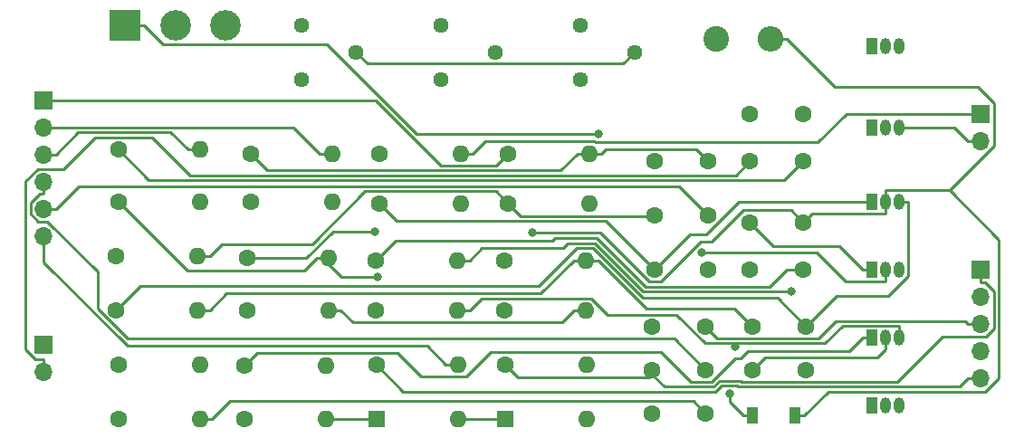
<source format=gbr>
G04 #@! TF.GenerationSoftware,KiCad,Pcbnew,(5.1.5)-3*
G04 #@! TF.CreationDate,2020-01-24T15:28:57-05:00*
G04 #@! TF.ProjectId,chroma,6368726f-6d61-42e6-9b69-6361645f7063,v01*
G04 #@! TF.SameCoordinates,Original*
G04 #@! TF.FileFunction,Copper,L1,Top*
G04 #@! TF.FilePolarity,Positive*
%FSLAX46Y46*%
G04 Gerber Fmt 4.6, Leading zero omitted, Abs format (unit mm)*
G04 Created by KiCad (PCBNEW (5.1.5)-3) date 2020-01-24 15:28:57*
%MOMM*%
%LPD*%
G04 APERTURE LIST*
%ADD10R,1.000000X1.500000*%
%ADD11C,1.600000*%
%ADD12O,1.600000X1.600000*%
%ADD13R,1.600000X1.600000*%
%ADD14R,1.700000X1.700000*%
%ADD15O,1.700000X1.700000*%
%ADD16O,1.000000X1.500000*%
%ADD17C,1.440000*%
%ADD18R,2.850000X2.850000*%
%ADD19C,2.850000*%
%ADD20C,2.400000*%
%ADD21O,2.400000X2.400000*%
%ADD22C,0.800000*%
%ADD23C,0.250000*%
G04 APERTURE END LIST*
D10*
X-14995000Y-159070000D03*
X-10995000Y-159070000D03*
D11*
X-10240000Y-140970000D03*
X-15240000Y-140970000D03*
X-19130000Y-145415000D03*
X-24130000Y-145415000D03*
X-15240000Y-145415000D03*
X-10240000Y-145415000D03*
X-19400000Y-158835000D03*
X-24400000Y-158835000D03*
X-9980000Y-150735000D03*
X-14980000Y-150735000D03*
X-14980000Y-154785000D03*
X-9980000Y-154785000D03*
X-24130000Y-140335000D03*
X-19130000Y-140335000D03*
X-10240000Y-130810000D03*
X-15240000Y-130810000D03*
X-19130000Y-135255000D03*
X-24130000Y-135255000D03*
X-24400000Y-154785000D03*
X-19400000Y-154785000D03*
X-15240000Y-135255000D03*
X-10240000Y-135255000D03*
X-24400000Y-150735000D03*
X-19400000Y-150735000D03*
D12*
X-42545000Y-159385000D03*
D13*
X-50165000Y-159385000D03*
X-38100000Y-159385000D03*
D12*
X-30480000Y-159385000D03*
D14*
X-81280000Y-129540000D03*
D15*
X-81280000Y-132080000D03*
X-81280000Y-134620000D03*
X-81280000Y-137160000D03*
X-81280000Y-139700000D03*
X-81280000Y-142240000D03*
D14*
X-81280000Y-152400000D03*
D15*
X-81280000Y-154940000D03*
D14*
X6350000Y-145415000D03*
D15*
X6350000Y-147955000D03*
X6350000Y-150495000D03*
X6350000Y-153035000D03*
X6350000Y-155575000D03*
X6350000Y-133350000D03*
D14*
X6350000Y-130810000D03*
D12*
X-42275000Y-139220000D03*
D11*
X-49895000Y-139220000D03*
D10*
X-3810000Y-139065000D03*
D16*
X-1270000Y-139065000D03*
X-2540000Y-139065000D03*
D10*
X-3810000Y-124460000D03*
D16*
X-1270000Y-124460000D03*
X-2540000Y-124460000D03*
X-2540000Y-151765000D03*
X-1270000Y-151765000D03*
D10*
X-3810000Y-151765000D03*
D16*
X-2540000Y-145415000D03*
X-1270000Y-145415000D03*
D10*
X-3810000Y-145415000D03*
X-3810000Y-132080000D03*
D16*
X-1270000Y-132080000D03*
X-2540000Y-132080000D03*
X-2540000Y-158115000D03*
X-1270000Y-158115000D03*
D10*
X-3810000Y-158115000D03*
D11*
X-38165000Y-144540000D03*
D12*
X-30545000Y-144540000D03*
X-66870000Y-149225000D03*
D11*
X-74490000Y-149225000D03*
X-74295000Y-159385000D03*
D12*
X-66675000Y-159385000D03*
X-66675000Y-154305000D03*
D11*
X-74295000Y-154305000D03*
D12*
X-42585000Y-144540000D03*
D11*
X-50205000Y-144540000D03*
X-62245000Y-149225000D03*
D12*
X-54625000Y-149225000D03*
D17*
X-44120000Y-127600000D03*
X-39040000Y-125060000D03*
X-44120000Y-122520000D03*
D11*
X-50205000Y-149225000D03*
D12*
X-42585000Y-149225000D03*
X-54855000Y-154360000D03*
D11*
X-62475000Y-154360000D03*
X-37855000Y-139220000D03*
D12*
X-30235000Y-139220000D03*
D17*
X-57150000Y-122555000D03*
X-52070000Y-125095000D03*
X-57150000Y-127635000D03*
D12*
X-30480000Y-154305000D03*
D11*
X-38100000Y-154305000D03*
D17*
X-31115000Y-122520000D03*
X-26035000Y-125060000D03*
X-31115000Y-127600000D03*
D12*
X-42545000Y-154305000D03*
D11*
X-50165000Y-154305000D03*
X-62475000Y-159385000D03*
D12*
X-54855000Y-159385000D03*
X-30545000Y-149225000D03*
D11*
X-38165000Y-149225000D03*
X-37855000Y-134535000D03*
D12*
X-30235000Y-134535000D03*
D11*
X-61935000Y-134535000D03*
D12*
X-54315000Y-134535000D03*
X-66665000Y-134195000D03*
D11*
X-74285000Y-134195000D03*
D12*
X-42275000Y-134535000D03*
D11*
X-49895000Y-134535000D03*
D12*
X-54625000Y-144355000D03*
D11*
X-62245000Y-144355000D03*
X-74285000Y-139065000D03*
D12*
X-66665000Y-139065000D03*
D11*
X-61935000Y-139065000D03*
D12*
X-54315000Y-139065000D03*
D11*
X-74490000Y-144165000D03*
D12*
X-66870000Y-144165000D03*
D18*
X-73660000Y-122555000D03*
D19*
X-68960000Y-122555000D03*
X-64260000Y-122555000D03*
D20*
X-18415000Y-123825000D03*
D21*
X-13335000Y-123825000D03*
D22*
X-17131600Y-157015700D03*
X-35604200Y-141979200D03*
X-11405500Y-147454800D03*
X-19742900Y-143806900D03*
X-16635700Y-152588000D03*
X-29399900Y-132752000D03*
X-50080000Y-146091400D03*
X-50270900Y-141841200D03*
D23*
X-30545000Y-144540000D02*
X-31670300Y-144540000D01*
X-66870000Y-149225000D02*
X-65744700Y-149225000D01*
X-65744700Y-149225000D02*
X-64169000Y-147649300D01*
X-64169000Y-147649300D02*
X-34779600Y-147649300D01*
X-34779600Y-147649300D02*
X-31670300Y-144540000D01*
X-30545000Y-144540000D02*
X-29419700Y-144540000D01*
X-80104700Y-134620000D02*
X-78059300Y-132574600D01*
X-78059300Y-132574600D02*
X-69410700Y-132574600D01*
X-69410700Y-132574600D02*
X-67790300Y-134195000D01*
X-14980000Y-150735000D02*
X-16693400Y-149021600D01*
X-16693400Y-149021600D02*
X-24938100Y-149021600D01*
X-24938100Y-149021600D02*
X-29419700Y-144540000D01*
X-81280000Y-134620000D02*
X-80104700Y-134620000D01*
X-66665000Y-134195000D02*
X-67790300Y-134195000D01*
X-3810000Y-145415000D02*
X-4635300Y-145415000D01*
X-15240000Y-140970000D02*
X-13017500Y-143192500D01*
X-13017500Y-143192500D02*
X-6857800Y-143192500D01*
X-6857800Y-143192500D02*
X-4635300Y-145415000D01*
X-15820300Y-159070000D02*
X-17131600Y-157758700D01*
X-17131600Y-157758700D02*
X-17131600Y-157015700D01*
X-14995000Y-159070000D02*
X-15820300Y-159070000D01*
X-10240000Y-140970000D02*
X-11365400Y-139844600D01*
X-11365400Y-139844600D02*
X-15830200Y-139844600D01*
X-15830200Y-139844600D02*
X-18795900Y-142810300D01*
X-18795900Y-142810300D02*
X-19797000Y-142810300D01*
X-19797000Y-142810300D02*
X-23534900Y-146548200D01*
X-23534900Y-146548200D02*
X-24639400Y-146548200D01*
X-24639400Y-146548200D02*
X-29208400Y-141979200D01*
X-29208400Y-141979200D02*
X-35604200Y-141979200D01*
X-10240000Y-140970000D02*
X-9410300Y-140140300D01*
X-9410300Y-140140300D02*
X-2540000Y-140140300D01*
X3414400Y-137989700D02*
X-2540000Y-137989700D01*
X-11809700Y-123825000D02*
X-7296100Y-128338600D01*
X-7296100Y-128338600D02*
X6099600Y-128338600D01*
X6099600Y-128338600D02*
X7570500Y-129809500D01*
X7570500Y-129809500D02*
X7570500Y-133833600D01*
X7570500Y-133833600D02*
X3414400Y-137989700D01*
X3414400Y-137989700D02*
X8043300Y-142618600D01*
X8043300Y-142618600D02*
X8043300Y-155570000D01*
X8043300Y-155570000D02*
X6788400Y-156824900D01*
X6788400Y-156824900D02*
X-7924600Y-156824900D01*
X-7924600Y-156824900D02*
X-10169700Y-159070000D01*
X-10995000Y-159070000D02*
X-10169700Y-159070000D01*
X-2540000Y-139065000D02*
X-2540000Y-137989700D01*
X-13335000Y-123825000D02*
X-11809700Y-123825000D01*
X-2540000Y-139065000D02*
X-2540000Y-140140300D01*
X-54315000Y-134535000D02*
X-55440300Y-134535000D01*
X-55440300Y-134535000D02*
X-57895300Y-132080000D01*
X-57895300Y-132080000D02*
X-81280000Y-132080000D01*
X-26035000Y-125060000D02*
X-27115400Y-126140400D01*
X-27115400Y-126140400D02*
X-51024600Y-126140400D01*
X-51024600Y-126140400D02*
X-52070000Y-125095000D01*
X-54625000Y-149225000D02*
X-53499700Y-149225000D01*
X-30545000Y-149225000D02*
X-31670300Y-149225000D01*
X-31670300Y-149225000D02*
X-32795600Y-150350300D01*
X-32795600Y-150350300D02*
X-52374400Y-150350300D01*
X-52374400Y-150350300D02*
X-53499700Y-149225000D01*
X-10240000Y-145415000D02*
X-11813300Y-145415000D01*
X-11813300Y-145415000D02*
X-13396800Y-146998500D01*
X-13396800Y-146998500D02*
X-25035700Y-146998500D01*
X-25035700Y-146998500D02*
X-29575900Y-142458300D01*
X-29575900Y-142458300D02*
X-33504000Y-142458300D01*
X-33504000Y-142458300D02*
X-33750200Y-142704500D01*
X-33750200Y-142704500D02*
X-48369500Y-142704500D01*
X-48369500Y-142704500D02*
X-50205000Y-144540000D01*
X-81280000Y-129540000D02*
X-50241200Y-129540000D01*
X-50241200Y-129540000D02*
X-44120900Y-135660300D01*
X-44120900Y-135660300D02*
X-38980300Y-135660300D01*
X-38980300Y-135660300D02*
X-37855000Y-134535000D01*
X-49895000Y-139220000D02*
X-48276500Y-140838500D01*
X-48276500Y-140838500D02*
X-28706500Y-140838500D01*
X-28706500Y-140838500D02*
X-24130000Y-145415000D01*
X-3810000Y-139065000D02*
X-16238400Y-139065000D01*
X-16238400Y-139065000D02*
X-19308300Y-142134900D01*
X-19308300Y-142134900D02*
X-20849900Y-142134900D01*
X-20849900Y-142134900D02*
X-24130000Y-145415000D01*
X-81280000Y-154940000D02*
X-81280000Y-153764700D01*
X-81280000Y-153764700D02*
X-82088000Y-153764700D01*
X-82088000Y-153764700D02*
X-82956900Y-152895800D01*
X-82956900Y-152895800D02*
X-82956900Y-137112700D01*
X-82956900Y-137112700D02*
X-81828800Y-135984600D01*
X-81828800Y-135984600D02*
X-79474500Y-135984600D01*
X-79474500Y-135984600D02*
X-76514900Y-133025000D01*
X-76514900Y-133025000D02*
X-71149400Y-133025000D01*
X-71149400Y-133025000D02*
X-67607300Y-136567100D01*
X-67607300Y-136567100D02*
X-16552100Y-136567100D01*
X-16552100Y-136567100D02*
X-15240000Y-135255000D01*
X-66675000Y-159385000D02*
X-65549700Y-159385000D01*
X-65549700Y-159385000D02*
X-63873300Y-157708600D01*
X-63873300Y-157708600D02*
X-20526400Y-157708600D01*
X-20526400Y-157708600D02*
X-19400000Y-158835000D01*
X-9980000Y-150735000D02*
X-12637800Y-148077200D01*
X-12637800Y-148077200D02*
X-25245600Y-148077200D01*
X-25245600Y-148077200D02*
X-29923900Y-143398900D01*
X-29923900Y-143398900D02*
X-31445100Y-143398900D01*
X-31445100Y-143398900D02*
X-35025700Y-146979500D01*
X-35025700Y-146979500D02*
X-72244500Y-146979500D01*
X-72244500Y-146979500D02*
X-74490000Y-149225000D01*
X-1270000Y-139065000D02*
X-444700Y-139065000D01*
X-444700Y-139065000D02*
X-444700Y-146020500D01*
X-444700Y-146020500D02*
X-2326100Y-147901900D01*
X-2326100Y-147901900D02*
X-7146900Y-147901900D01*
X-7146900Y-147901900D02*
X-9980000Y-150735000D01*
X-41459700Y-144540000D02*
X-40334400Y-143414700D01*
X-40334400Y-143414700D02*
X-32735300Y-143414700D01*
X-32735300Y-143414700D02*
X-32269100Y-142948500D01*
X-32269100Y-142948500D02*
X-29722600Y-142948500D01*
X-29722600Y-142948500D02*
X-25216300Y-147454800D01*
X-25216300Y-147454800D02*
X-11405500Y-147454800D01*
X-42585000Y-144540000D02*
X-41459700Y-144540000D01*
X-2540000Y-151765000D02*
X-2540000Y-152840300D01*
X-14980000Y-154785000D02*
X-13829500Y-153634500D01*
X-13829500Y-153634500D02*
X-3334200Y-153634500D01*
X-3334200Y-153634500D02*
X-2540000Y-152840300D01*
X-2540000Y-146490300D02*
X-6287600Y-146490300D01*
X-6287600Y-146490300D02*
X-8971000Y-143806900D01*
X-8971000Y-143806900D02*
X-19742900Y-143806900D01*
X-2540000Y-145415000D02*
X-2540000Y-146490300D01*
X-24130000Y-140335000D02*
X-24183100Y-140388100D01*
X-24183100Y-140388100D02*
X-36686900Y-140388100D01*
X-36686900Y-140388100D02*
X-37855000Y-139220000D01*
X-37855000Y-139220000D02*
X-39006800Y-138068200D01*
X-39006800Y-138068200D02*
X-51204100Y-138068200D01*
X-51204100Y-138068200D02*
X-56178900Y-143043000D01*
X-56178900Y-143043000D02*
X-64622700Y-143043000D01*
X-64622700Y-143043000D02*
X-65744700Y-144165000D01*
X-66870000Y-144165000D02*
X-65744700Y-144165000D01*
X-54855000Y-159385000D02*
X-50165000Y-159385000D01*
X-16635700Y-152310700D02*
X-19424000Y-152310700D01*
X-19424000Y-152310700D02*
X-22125100Y-149609600D01*
X-22125100Y-149609600D02*
X-28547400Y-149609600D01*
X-28547400Y-149609600D02*
X-30057300Y-148099700D01*
X-30057300Y-148099700D02*
X-40334400Y-148099700D01*
X-40334400Y-148099700D02*
X-41459700Y-149225000D01*
X-1270000Y-150689700D02*
X-6571200Y-150689700D01*
X-6571200Y-150689700D02*
X-8192200Y-152310700D01*
X-8192200Y-152310700D02*
X-16635700Y-152310700D01*
X-16635700Y-152310700D02*
X-16635700Y-152588000D01*
X-42585000Y-149225000D02*
X-41459700Y-149225000D01*
X-1270000Y-151765000D02*
X-1270000Y-150689700D01*
X-30235000Y-134535000D02*
X-31360300Y-134535000D01*
X-61935000Y-134535000D02*
X-60353300Y-136116700D01*
X-60353300Y-136116700D02*
X-32942000Y-136116700D01*
X-32942000Y-136116700D02*
X-31360300Y-134535000D01*
X-30235000Y-134535000D02*
X-29109700Y-134535000D01*
X-29109700Y-134535000D02*
X-28687900Y-134113200D01*
X-28687900Y-134113200D02*
X-20271800Y-134113200D01*
X-20271800Y-134113200D02*
X-19130000Y-135255000D01*
X-24400000Y-155205100D02*
X-23230600Y-156374500D01*
X-23230600Y-156374500D02*
X-18628700Y-156374500D01*
X-18628700Y-156374500D02*
X-18094200Y-155840000D01*
X-18094200Y-155840000D02*
X-16115700Y-155840000D01*
X-16115700Y-155840000D02*
X-16031500Y-155924200D01*
X-16031500Y-155924200D02*
X-1470600Y-155924200D01*
X-1470600Y-155924200D02*
X2783200Y-151670400D01*
X2783200Y-151670400D02*
X6837800Y-151670400D01*
X6837800Y-151670400D02*
X7572400Y-150935800D01*
X7572400Y-150935800D02*
X7572400Y-147445400D01*
X7572400Y-147445400D02*
X6717300Y-146590300D01*
X6717300Y-146590300D02*
X6350000Y-146590300D01*
X6350000Y-145415000D02*
X6350000Y-146590300D01*
X-24400000Y-155205100D02*
X-24668700Y-155473800D01*
X-24668700Y-155473800D02*
X-36931200Y-155473800D01*
X-36931200Y-155473800D02*
X-38100000Y-154305000D01*
X-24400000Y-155205100D02*
X-24400000Y-154785000D01*
X-10240000Y-135255000D02*
X-12002500Y-137017500D01*
X-12002500Y-137017500D02*
X-71462500Y-137017500D01*
X-71462500Y-137017500D02*
X-74285000Y-134195000D01*
X-73660000Y-122555000D02*
X-71909700Y-122555000D01*
X-71909700Y-122555000D02*
X-70159400Y-124305300D01*
X-70159400Y-124305300D02*
X-54839000Y-124305300D01*
X-54839000Y-124305300D02*
X-46392300Y-132752000D01*
X-46392300Y-132752000D02*
X-29399900Y-132752000D01*
X6350000Y-150495000D02*
X5174700Y-150495000D01*
X-19400000Y-150735000D02*
X-18274700Y-151860300D01*
X-18274700Y-151860300D02*
X-8854600Y-151860300D01*
X-8854600Y-151860300D02*
X-7233400Y-150239100D01*
X-7233400Y-150239100D02*
X4918800Y-150239100D01*
X4918800Y-150239100D02*
X5174700Y-150495000D01*
X-55187600Y-144355000D02*
X-53451200Y-146091400D01*
X-53451200Y-146091400D02*
X-50080000Y-146091400D01*
X-55187600Y-144355000D02*
X-55750300Y-144355000D01*
X-54625000Y-144355000D02*
X-55187600Y-144355000D01*
X-74285000Y-139065000D02*
X-67869700Y-145480300D01*
X-67869700Y-145480300D02*
X-56875600Y-145480300D01*
X-56875600Y-145480300D02*
X-55750300Y-144355000D01*
X-42545000Y-159385000D02*
X-38100000Y-159385000D01*
X-50165000Y-154305000D02*
X-47645200Y-156824800D01*
X-47645200Y-156824800D02*
X-18442100Y-156824800D01*
X-18442100Y-156824800D02*
X-17907600Y-156290300D01*
X-17907600Y-156290300D02*
X-16406100Y-156290300D01*
X-16406100Y-156290300D02*
X-16321900Y-156374500D01*
X-16321900Y-156374500D02*
X4375200Y-156374500D01*
X4375200Y-156374500D02*
X5174700Y-155575000D01*
X6350000Y-155575000D02*
X5174700Y-155575000D01*
X6350000Y-133350000D02*
X5174700Y-133350000D01*
X-1270000Y-132080000D02*
X3904700Y-132080000D01*
X3904700Y-132080000D02*
X5174700Y-133350000D01*
X-81280000Y-139700000D02*
X-80104700Y-139700000D01*
X-80104700Y-139700000D02*
X-78009600Y-137604900D01*
X-78009600Y-137604900D02*
X-21860100Y-137604900D01*
X-21860100Y-137604900D02*
X-19130000Y-140335000D01*
X-19400000Y-154785000D02*
X-22324600Y-151860400D01*
X-22324600Y-151860400D02*
X-73446000Y-151860400D01*
X-73446000Y-151860400D02*
X-76258500Y-149047900D01*
X-76258500Y-149047900D02*
X-76258500Y-145559100D01*
X-76258500Y-145559100D02*
X-80931800Y-140885800D01*
X-80931800Y-140885800D02*
X-81773300Y-140885800D01*
X-81773300Y-140885800D02*
X-82455400Y-140203700D01*
X-82455400Y-140203700D02*
X-82455400Y-139143400D01*
X-82455400Y-139143400D02*
X-81647300Y-138335300D01*
X-81647300Y-138335300D02*
X-81280000Y-138335300D01*
X-81280000Y-137160000D02*
X-81280000Y-138335300D01*
X-43670300Y-154305000D02*
X-45432500Y-152542800D01*
X-45432500Y-152542800D02*
X-73459800Y-152542800D01*
X-73459800Y-152542800D02*
X-81280000Y-144722600D01*
X-81280000Y-144722600D02*
X-81280000Y-142240000D01*
X-42545000Y-154305000D02*
X-43670300Y-154305000D01*
X-41149700Y-134535000D02*
X-40024400Y-133409700D01*
X-40024400Y-133409700D02*
X-29767900Y-133409700D01*
X-29767900Y-133409700D02*
X-29700300Y-133477300D01*
X-29700300Y-133477300D02*
X-8870000Y-133477300D01*
X-8870000Y-133477300D02*
X-6202700Y-130810000D01*
X-6202700Y-130810000D02*
X6350000Y-130810000D01*
X-62245000Y-144355000D02*
X-56760600Y-144355000D01*
X-56760600Y-144355000D02*
X-54246800Y-141841200D01*
X-54246800Y-141841200D02*
X-50270900Y-141841200D01*
X-42275000Y-134535000D02*
X-41149700Y-134535000D01*
X-3810000Y-151765000D02*
X-4635300Y-151765000D01*
X-4635300Y-151765000D02*
X-5921300Y-153051000D01*
X-5921300Y-153051000D02*
X-15450100Y-153051000D01*
X-15450100Y-153051000D02*
X-16105400Y-153706300D01*
X-16105400Y-153706300D02*
X-16597400Y-153706300D01*
X-16597400Y-153706300D02*
X-18801500Y-155910400D01*
X-18801500Y-155910400D02*
X-20771900Y-155910400D01*
X-20771900Y-155910400D02*
X-23552400Y-153129900D01*
X-23552400Y-153129900D02*
X-39448200Y-153129900D01*
X-39448200Y-153129900D02*
X-41749000Y-155430700D01*
X-41749000Y-155430700D02*
X-45953200Y-155430700D01*
X-45953200Y-155430700D02*
X-48204200Y-153179700D01*
X-48204200Y-153179700D02*
X-61294700Y-153179700D01*
X-61294700Y-153179700D02*
X-62475000Y-154360000D01*
M02*

</source>
